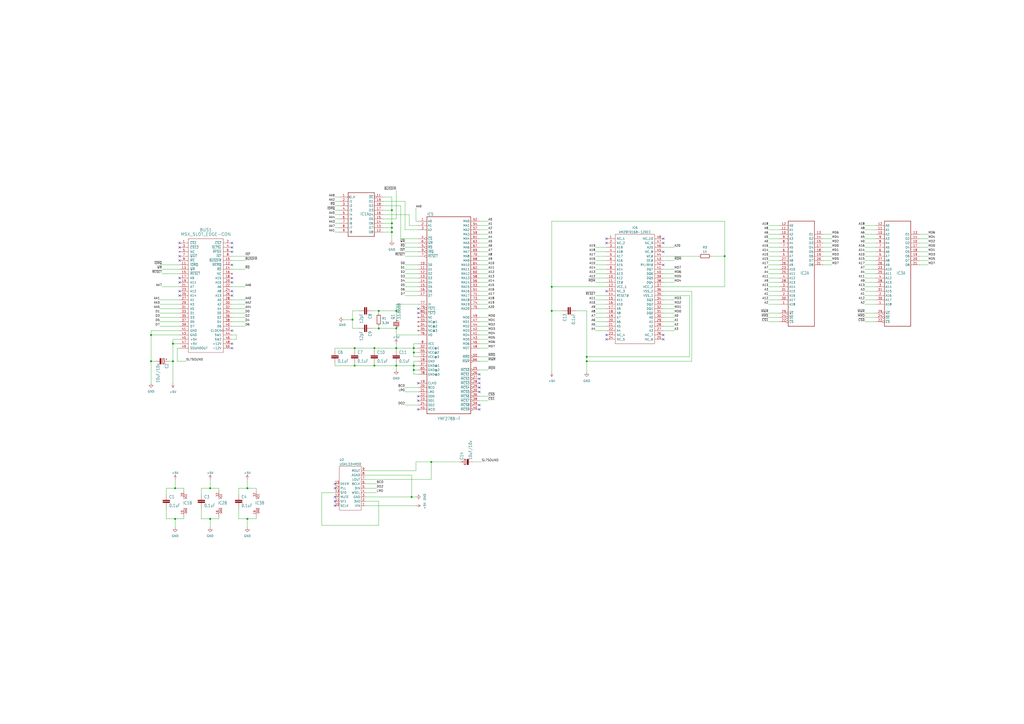
<source format=kicad_sch>
(kicad_sch (version 20230121) (generator eeschema)
  (paper "A2")
  (title_block (title "MSX OPL4 Wozblaster Reloaded") (date "2023-06-06") (rev "3.3") (company "The Retro Hacker") (comment 2 "Reloaded by Cristiano Goncalves") (comment 3 "Original Design by Gustavo Iriarte") (comment 4 "Wozblaster Reloaded v3"))
  (junction (at 143.51 283.21))
  (junction (at 240.03 212.09))
  (junction (at 340.36 207.01))
  (junction (at 101.6 300.99))
  (junction (at 101.6 283.21))
  (junction (at 100.33 209.55))
  (junction (at 143.51 300.99))
  (junction (at 238.76 288.29))
  (junction (at 229.87 212.09))
  (junction (at 87.63 194.31))
  (junction (at 217.17 212.09))
  (junction (at 121.92 283.21))
  (junction (at 204.47 185.42))
  (junction (at 87.63 209.55))
  (junction (at 227.33 121.92))
  (junction (at 240.03 201.93))
  (junction (at 205.74 212.09))
  (junction (at 229.87 180.34))
  (junction (at 217.17 201.93))
  (junction (at 227.33 134.62))
  (junction (at 340.36 209.55))
  (junction (at 240.03 204.47))
  (junction (at 121.92 300.99))
  (junction (at 100.33 199.39))
  (junction (at 320.04 166.37))
  (junction (at 240.03 214.63))
  (junction (at 219.71 180.34))
  (junction (at 219.71 190.5))
  (junction (at 227.33 132.08))
  (junction (at 250.19 267.97))
  (junction (at 229.87 201.93))
  (junction (at 320.04 180.34))
  (junction (at 227.33 129.54))
  (junction (at 205.74 201.93))
  (junction (at 420.37 148.59))
  (junction (at 229.87 190.5))
  (no_connect (at 384.81 140.97))
  (no_connect (at 384.81 196.85))
  (no_connect (at 242.57 222.25))
  (no_connect (at 351.79 196.85))
  (no_connect (at 194.31 293.37))
  (no_connect (at 194.31 288.29))
  (no_connect (at 194.31 290.83))
  (no_connect (at 278.13 222.25))
  (no_connect (at 278.13 219.71))
  (no_connect (at 278.13 217.17))
  (no_connect (at 278.13 227.33))
  (no_connect (at 278.13 224.79))
  (no_connect (at 278.13 237.49))
  (no_connect (at 278.13 234.95))
  (no_connect (at 104.14 171.45))
  (no_connect (at 104.14 168.91))
  (no_connect (at 104.14 161.29))
  (no_connect (at 104.14 163.83))
  (no_connect (at 134.62 191.77))
  (no_connect (at 134.62 168.91))
  (no_connect (at 134.62 171.45))
  (no_connect (at 242.57 179.07))
  (no_connect (at 242.57 181.61))
  (no_connect (at 242.57 229.87))
  (no_connect (at 351.79 138.43))
  (no_connect (at 384.81 194.31))
  (no_connect (at 242.57 232.41))
  (no_connect (at 242.57 237.49))
  (no_connect (at 194.31 283.21))
  (no_connect (at 134.62 201.93))
  (no_connect (at 351.79 194.31))
  (no_connect (at 351.79 140.97))
  (no_connect (at 194.31 280.67))
  (no_connect (at 384.81 138.43))
  (no_connect (at 384.81 146.05))
  (no_connect (at 384.81 153.67))
  (no_connect (at 134.62 161.29))
  (no_connect (at 134.62 163.83))
  (no_connect (at 134.62 199.39))
  (no_connect (at 351.79 168.91))
  (no_connect (at 104.14 140.97))
  (no_connect (at 104.14 143.51))
  (no_connect (at 104.14 148.59))
  (no_connect (at 104.14 151.13))
  (no_connect (at 134.62 140.97))
  (no_connect (at 134.62 143.51))
  (no_connect (at 134.62 146.05))
  (no_connect (at 134.62 153.67))
  (wire (pts (xy 229.87 194.31) (xy 242.57 194.31)))
  (wire (pts (xy 445.77 135.89) (xy 452.12 135.89)))
  (wire (pts (xy 241.3 128.27) (xy 242.57 128.27)))
  (wire (pts (xy 234.95 146.05) (xy 242.57 146.05)))
  (wire (pts (xy 148.59 283.21) (xy 148.59 284.48)))
  (wire (pts (xy 143.51 300.99) (xy 148.59 300.99)))
  (wire (pts (xy 222.25 114.3) (xy 227.33 114.3)))
  (wire (pts (xy 401.32 209.55) (xy 340.36 209.55)))
  (wire (pts (xy 240.03 204.47) (xy 240.03 207.01)))
  (wire (pts (xy 278.13 191.77) (xy 283.21 191.77)))
  (wire (pts (xy 340.36 207.01) (xy 340.36 209.55)))
  (wire (pts (xy 274.32 267.97) (xy 279.4 267.97)))
  (wire (pts (xy 212.09 273.05) (xy 241.3 273.05)))
  (wire (pts (xy 194.31 129.54) (xy 196.85 129.54)))
  (wire (pts (xy 234.95 156.21) (xy 242.57 156.21)))
  (wire (pts (xy 501.65 171.45) (xy 508 171.45)))
  (wire (pts (xy 234.95 158.75) (xy 242.57 158.75)))
  (wire (pts (xy 400.05 171.45) (xy 400.05 207.01)))
  (wire (pts (xy 219.71 189.23) (xy 219.71 190.5)))
  (wire (pts (xy 93.98 153.67) (xy 104.14 153.67)))
  (wire (pts (xy 501.65 135.89) (xy 508 135.89)))
  (wire (pts (xy 134.62 186.69) (xy 142.24 186.69)))
  (wire (pts (xy 217.17 212.09) (xy 229.87 212.09)))
  (wire (pts (xy 93.98 158.75) (xy 104.14 158.75)))
  (wire (pts (xy 320.04 180.34) (xy 320.04 215.9)))
  (wire (pts (xy 87.63 194.31) (xy 104.14 194.31)))
  (wire (pts (xy 234.95 224.79) (xy 242.57 224.79)))
  (wire (pts (xy 87.63 191.77) (xy 87.63 194.31)))
  (wire (pts (xy 134.62 189.23) (xy 142.24 189.23)))
  (wire (pts (xy 477.52 148.59) (xy 482.6 148.59)))
  (wire (pts (xy 212.09 283.21) (xy 218.44 283.21)))
  (wire (pts (xy 143.51 278.13) (xy 143.51 283.21)))
  (wire (pts (xy 116.84 300.99) (xy 121.92 300.99)))
  (wire (pts (xy 278.13 173.99) (xy 283.21 173.99)))
  (wire (pts (xy 238.76 275.59) (xy 238.76 288.29)))
  (wire (pts (xy 240.03 204.47) (xy 242.57 204.47)))
  (wire (pts (xy 278.13 184.15) (xy 283.21 184.15)))
  (wire (pts (xy 533.4 138.43) (xy 538.48 138.43)))
  (wire (pts (xy 533.4 135.89) (xy 538.48 135.89)))
  (wire (pts (xy 345.44 191.77) (xy 351.79 191.77)))
  (wire (pts (xy 501.65 138.43) (xy 508 138.43)))
  (wire (pts (xy 227.33 121.92) (xy 227.33 129.54)))
  (wire (pts (xy 100.33 199.39) (xy 104.14 199.39)))
  (wire (pts (xy 384.81 189.23) (xy 391.16 189.23)))
  (wire (pts (xy 501.65 148.59) (xy 508 148.59)))
  (wire (pts (xy 384.81 168.91) (xy 401.32 168.91)))
  (wire (pts (xy 240.03 214.63) (xy 240.03 217.17)))
  (wire (pts (xy 215.9 190.5) (xy 219.71 190.5)))
  (wire (pts (xy 219.71 290.83) (xy 219.71 304.8)))
  (wire (pts (xy 278.13 214.63) (xy 283.21 214.63)))
  (wire (pts (xy 96.52 300.99) (xy 101.6 300.99)))
  (wire (pts (xy 229.87 201.93) (xy 240.03 201.93)))
  (wire (pts (xy 278.13 194.31) (xy 283.21 194.31)))
  (wire (pts (xy 212.09 290.83) (xy 219.71 290.83)))
  (wire (pts (xy 501.65 186.69) (xy 508 186.69)))
  (wire (pts (xy 501.65 184.15) (xy 508 184.15)))
  (wire (pts (xy 219.71 304.8) (xy 186.69 304.8)))
  (wire (pts (xy 227.33 114.3) (xy 227.33 121.92)))
  (wire (pts (xy 345.44 186.69) (xy 351.79 186.69)))
  (wire (pts (xy 445.77 156.21) (xy 452.12 156.21)))
  (wire (pts (xy 194.31 132.08) (xy 196.85 132.08)))
  (wire (pts (xy 384.81 186.69) (xy 391.16 186.69)))
  (wire (pts (xy 134.62 194.31) (xy 137.16 194.31)))
  (wire (pts (xy 384.81 156.21) (xy 391.16 156.21)))
  (wire (pts (xy 445.77 184.15) (xy 452.12 184.15)))
  (wire (pts (xy 212.09 288.29) (xy 238.76 288.29)))
  (wire (pts (xy 445.77 161.29) (xy 452.12 161.29)))
  (wire (pts (xy 199.39 185.42) (xy 204.47 185.42)))
  (wire (pts (xy 96.52 294.64) (xy 96.52 300.99)))
  (wire (pts (xy 445.77 168.91) (xy 452.12 168.91)))
  (wire (pts (xy 384.81 148.59) (xy 405.13 148.59)))
  (wire (pts (xy 445.77 143.51) (xy 452.12 143.51)))
  (wire (pts (xy 420.37 166.37) (xy 420.37 148.59)))
  (wire (pts (xy 345.44 156.21) (xy 351.79 156.21)))
  (wire (pts (xy 194.31 124.46) (xy 196.85 124.46)))
  (wire (pts (xy 384.81 143.51) (xy 391.16 143.51)))
  (wire (pts (xy 87.63 209.55) (xy 90.17 209.55)))
  (wire (pts (xy 229.87 212.09) (xy 240.03 212.09)))
  (wire (pts (xy 234.95 133.35) (xy 242.57 133.35)))
  (wire (pts (xy 194.31 127) (xy 196.85 127)))
  (wire (pts (xy 345.44 151.13) (xy 351.79 151.13)))
  (wire (pts (xy 345.44 146.05) (xy 351.79 146.05)))
  (wire (pts (xy 232.41 119.38) (xy 232.41 138.43)))
  (wire (pts (xy 501.65 133.35) (xy 508 133.35)))
  (wire (pts (xy 384.81 184.15) (xy 391.16 184.15)))
  (wire (pts (xy 533.4 151.13) (xy 538.48 151.13)))
  (wire (pts (xy 345.44 171.45) (xy 351.79 171.45)))
  (wire (pts (xy 121.92 283.21) (xy 116.84 283.21)))
  (wire (pts (xy 240.03 209.55) (xy 240.03 212.09)))
  (wire (pts (xy 234.95 163.83) (xy 242.57 163.83)))
  (wire (pts (xy 138.43 283.21) (xy 138.43 287.02)))
  (wire (pts (xy 384.81 173.99) (xy 391.16 173.99)))
  (wire (pts (xy 101.6 283.21) (xy 106.68 283.21)))
  (wire (pts (xy 401.32 168.91) (xy 401.32 209.55)))
  (wire (pts (xy 240.03 199.39) (xy 240.03 201.93)))
  (wire (pts (xy 278.13 168.91) (xy 283.21 168.91)))
  (wire (pts (xy 501.65 146.05) (xy 508 146.05)))
  (wire (pts (xy 533.4 146.05) (xy 538.48 146.05)))
  (wire (pts (xy 345.44 161.29) (xy 351.79 161.29)))
  (wire (pts (xy 384.81 171.45) (xy 400.05 171.45)))
  (wire (pts (xy 92.71 184.15) (xy 104.14 184.15)))
  (wire (pts (xy 445.77 163.83) (xy 452.12 163.83)))
  (wire (pts (xy 445.77 130.81) (xy 452.12 130.81)))
  (wire (pts (xy 445.77 181.61) (xy 452.12 181.61)))
  (wire (pts (xy 93.98 166.37) (xy 104.14 166.37)))
  (wire (pts (xy 240.03 201.93) (xy 242.57 201.93)))
  (wire (pts (xy 217.17 201.93) (xy 229.87 201.93)))
  (wire (pts (xy 445.77 173.99) (xy 452.12 173.99)))
  (wire (pts (xy 445.77 138.43) (xy 452.12 138.43)))
  (wire (pts (xy 533.4 140.97) (xy 538.48 140.97)))
  (wire (pts (xy 278.13 176.53) (xy 283.21 176.53)))
  (wire (pts (xy 194.31 134.62) (xy 196.85 134.62)))
  (wire (pts (xy 278.13 209.55) (xy 283.21 209.55)))
  (wire (pts (xy 217.17 212.09) (xy 217.17 210.82)))
  (wire (pts (xy 384.81 176.53) (xy 391.16 176.53)))
  (wire (pts (xy 205.74 201.93) (xy 205.74 203.2)))
  (wire (pts (xy 134.62 173.99) (xy 142.24 173.99)))
  (wire (pts (xy 234.95 168.91) (xy 242.57 168.91)))
  (wire (pts (xy 501.65 176.53) (xy 508 176.53)))
  (wire (pts (xy 194.31 119.38) (xy 196.85 119.38)))
  (wire (pts (xy 100.33 196.85) (xy 104.14 196.85)))
  (wire (pts (xy 194.31 212.09) (xy 205.74 212.09)))
  (wire (pts (xy 278.13 130.81) (xy 283.21 130.81)))
  (wire (pts (xy 250.19 278.13) (xy 250.19 267.97)))
  (wire (pts (xy 340.36 209.55) (xy 340.36 215.9)))
  (wire (pts (xy 278.13 128.27) (xy 283.21 128.27)))
  (wire (pts (xy 340.36 180.34) (xy 340.36 207.01)))
  (wire (pts (xy 229.87 127) (xy 222.25 127)))
  (wire (pts (xy 222.25 129.54) (xy 227.33 129.54)))
  (wire (pts (xy 194.31 212.09) (xy 194.31 210.82)))
  (wire (pts (xy 134.62 148.59) (xy 142.24 148.59)))
  (wire (pts (xy 241.3 273.05) (xy 241.3 267.97)))
  (wire (pts (xy 278.13 232.41) (xy 283.21 232.41)))
  (wire (pts (xy 241.3 267.97) (xy 250.19 267.97)))
  (wire (pts (xy 121.92 300.99) (xy 121.92 306.07)))
  (wire (pts (xy 234.95 140.97) (xy 242.57 140.97)))
  (wire (pts (xy 100.33 199.39) (xy 100.33 209.55)))
  (wire (pts (xy 384.81 158.75) (xy 391.16 158.75)))
  (wire (pts (xy 278.13 163.83) (xy 283.21 163.83)))
  (wire (pts (xy 501.65 151.13) (xy 508 151.13)))
  (wire (pts (xy 400.05 207.01) (xy 340.36 207.01)))
  (wire (pts (xy 134.62 181.61) (xy 142.24 181.61)))
  (wire (pts (xy 345.44 176.53) (xy 351.79 176.53)))
  (wire (pts (xy 229.87 190.5) (xy 229.87 194.31)))
  (wire (pts (xy 345.44 143.51) (xy 351.79 143.51)))
  (wire (pts (xy 345.44 173.99) (xy 351.79 173.99)))
  (wire (pts (xy 121.92 300.99) (xy 127 300.99)))
  (wire (pts (xy 87.63 209.55) (xy 87.63 222.25)))
  (wire (pts (xy 134.62 166.37) (xy 142.24 166.37)))
  (wire (pts (xy 121.92 278.13) (xy 121.92 283.21)))
  (wire (pts (xy 445.77 153.67) (xy 452.12 153.67)))
  (wire (pts (xy 234.95 227.33) (xy 242.57 227.33)))
  (wire (pts (xy 134.62 184.15) (xy 142.24 184.15)))
  (wire (pts (xy 212.09 293.37) (xy 241.3 293.37)))
  (wire (pts (xy 242.57 209.55) (xy 240.03 209.55)))
  (wire (pts (xy 232.41 138.43) (xy 242.57 138.43)))
  (wire (pts (xy 533.4 153.67) (xy 538.48 153.67)))
  (wire (pts (xy 278.13 229.87) (xy 283.21 229.87)))
  (wire (pts (xy 533.4 148.59) (xy 538.48 148.59)))
  (wire (pts (xy 278.13 171.45) (xy 283.21 171.45)))
  (wire (pts (xy 250.19 267.97) (xy 266.7 267.97)))
  (wire (pts (xy 143.51 283.21) (xy 138.43 283.21)))
  (wire (pts (xy 205.74 201.93) (xy 217.17 201.93)))
  (wire (pts (xy 96.52 283.21) (xy 96.52 287.02)))
  (wire (pts (xy 127 300.99) (xy 127 299.72)))
  (wire (pts (xy 227.33 132.08) (xy 227.33 134.62)))
  (wire (pts (xy 219.71 190.5) (xy 229.87 190.5)))
  (wire (pts (xy 101.6 278.13) (xy 101.6 283.21)))
  (wire (pts (xy 320.04 166.37) (xy 351.79 166.37)))
  (wire (pts (xy 412.75 148.59) (xy 420.37 148.59)))
  (wire (pts (xy 278.13 138.43) (xy 283.21 138.43)))
  (wire (pts (xy 278.13 153.67) (xy 283.21 153.67)))
  (wire (pts (xy 106.68 283.21) (xy 106.68 284.48)))
  (wire (pts (xy 278.13 151.13) (xy 283.21 151.13)))
  (wire (pts (xy 477.52 138.43) (xy 482.6 138.43)))
  (wire (pts (xy 501.65 181.61) (xy 508 181.61)))
  (wire (pts (xy 186.69 304.8) (xy 186.69 285.75)))
  (wire (pts (xy 445.77 166.37) (xy 452.12 166.37)))
  (wire (pts (xy 148.59 299.72) (xy 148.59 300.99)))
  (wire (pts (xy 278.13 135.89) (xy 283.21 135.89)))
  (wire (pts (xy 212.09 280.67) (xy 218.44 280.67)))
  (wire (pts (xy 234.95 153.67) (xy 242.57 153.67)))
  (wire (pts (xy 445.77 148.59) (xy 452.12 148.59)))
  (wire (pts (xy 87.63 194.31) (xy 87.63 209.55)))
  (wire (pts (xy 208.28 190.5) (xy 204.47 190.5)))
  (wire (pts (xy 278.13 179.07) (xy 283.21 179.07)))
  (wire (pts (xy 208.28 180.34) (xy 204.47 180.34)))
  (wire (pts (xy 384.81 166.37) (xy 420.37 166.37)))
  (wire (pts (xy 97.79 209.55) (xy 100.33 209.55)))
  (wire (pts (xy 278.13 158.75) (xy 283.21 158.75)))
  (wire (pts (xy 345.44 181.61) (xy 351.79 181.61)))
  (wire (pts (xy 196.85 116.84) (xy 194.31 116.84)))
  (wire (pts (xy 278.13 189.23) (xy 283.21 189.23)))
  (wire (pts (xy 320.04 128.27) (xy 320.04 166.37)))
  (wire (pts (xy 278.13 133.35) (xy 283.21 133.35)))
  (wire (pts (xy 242.57 212.09) (xy 240.03 212.09)))
  (wire (pts (xy 92.71 173.99) (xy 104.14 173.99)))
  (wire (pts (xy 384.81 163.83) (xy 391.16 163.83)))
  (wire (pts (xy 477.52 143.51) (xy 482.6 143.51)))
  (wire (pts (xy 134.62 179.07) (xy 142.24 179.07)))
  (wire (pts (xy 100.33 209.55) (xy 100.33 222.25)))
  (wire (pts (xy 345.44 184.15) (xy 351.79 184.15)))
  (wire (pts (xy 138.43 300.99) (xy 138.43 294.64)))
  (wire (pts (xy 234.95 166.37) (xy 242.57 166.37)))
  (wire (pts (xy 533.4 143.51) (xy 538.48 143.51)))
  (wire (pts (xy 501.65 163.83) (xy 508 163.83)))
  (wire (pts (xy 101.6 300.99) (xy 106.68 300.99)))
  (wire (pts (xy 240.03 207.01) (xy 242.57 207.01)))
  (wire (pts (xy 320.04 128.27) (xy 420.37 128.27)))
  (wire (pts (xy 229.87 210.82) (xy 229.87 212.09)))
  (wire (pts (xy 278.13 201.93) (xy 283.21 201.93)))
  (wire (pts (xy 116.84 283.21) (xy 116.84 287.02)))
  (wire (pts (xy 102.87 201.93) (xy 104.14 201.93)))
  (wire (pts (xy 186.69 285.75) (xy 194.31 285.75)))
  (wire (pts (xy 222.25 134.62) (xy 227.33 134.62)))
  (wire (pts (xy 445.77 186.69) (xy 452.12 186.69)))
  (wire (pts (xy 477.52 146.05) (xy 482.6 146.05)))
  (wire (pts (xy 116.84 294.64) (xy 116.84 300.99)))
  (wire (pts (xy 477.52 153.67) (xy 482.6 153.67)))
  (wire (pts (xy 234.95 161.29) (xy 242.57 161.29)))
  (wire (pts (xy 222.25 116.84) (xy 234.95 116.84)))
  (wire (pts (xy 501.65 161.29) (xy 508 161.29)))
  (wire (pts (xy 334.01 180.34) (xy 340.36 180.34)))
  (wire (pts (xy 212.09 278.13) (xy 250.19 278.13)))
  (wire (pts (xy 148.59 283.21) (xy 143.51 283.21)))
  (wire (pts (xy 229.87 212.09) (xy 229.87 214.63)))
  (wire (pts (xy 240.03 217.17) (xy 242.57 217.17)))
  (wire (pts (xy 501.65 140.97) (xy 508 140.97)))
  (wire (pts (xy 137.16 194.31) (xy 137.16 196.85)))
  (wire (pts (xy 278.13 148.59) (xy 283.21 148.59)))
  (wire (pts (xy 345.44 163.83) (xy 351.79 163.83)))
  (wire (pts (xy 205.74 212.09) (xy 205.74 210.82)))
  (wire (pts (xy 242.57 214.63) (xy 240.03 214.63)))
  (wire (pts (xy 320.04 180.34) (xy 326.39 180.34)))
  (wire (pts (xy 384.81 181.61) (xy 391.16 181.61)))
  (wire (pts (xy 501.65 166.37) (xy 508 166.37)))
  (wire (pts (xy 134.62 156.21) (xy 142.24 156.21)))
  (wire (pts (xy 227.33 132.08) (xy 227.33 129.54)))
  (wire (pts (xy 217.17 201.93) (xy 217.17 203.2)))
  (wire (pts (xy 238.76 288.29) (xy 241.3 288.29)))
  (wire (pts (xy 229.87 201.93) (xy 229.87 203.2)))
  (wire (pts (xy 92.71 181.61) (xy 104.14 181.61)))
  (wire (pts (xy 445.77 158.75) (xy 452.12 158.75)))
  (wire (pts (xy 106.68 300.99) (xy 106.68 299.72)))
  (wire (pts (xy 278.13 207.01) (xy 283.21 207.01)))
  (wire (pts (xy 92.71 176.53) (xy 104.14 176.53)))
  (wire (pts (xy 100.33 196.85) (xy 100.33 199.39)))
  (wire (pts (xy 92.71 179.07) (xy 104.14 179.07)))
  (wire (pts (xy 420.37 148.59) (xy 420.37 128.27)))
  (wire (pts (xy 234.95 234.95) (xy 242.57 234.95)))
  (wire (pts (xy 127 283.21) (xy 121.92 283.21)))
  (wire (pts (xy 134.62 176.53) (xy 142.24 176.53)))
  (wire (pts (xy 384.81 161.29) (xy 391.16 161.29)))
  (wire (pts (xy 445.77 146.05) (xy 452.12 146.05)))
  (wire (pts (xy 102.87 209.55) (xy 107.95 209.55)))
  (wire (pts (xy 229.87 110.49) (xy 229.87 127)))
  (wire (pts (xy 278.13 161.29) (xy 283.21 161.29)))
  (wire (pts (xy 234.95 116.84) (xy 234.95 133.35)))
  (wire (pts (xy 501.65 153.67) (xy 508 153.67)))
  (wire (pts (xy 501.65 130.81) (xy 508 130.81)))
  (wire (pts (xy 345.44 179.07) (xy 351.79 179.07)))
  (wire (pts (xy 237.49 124.46) (xy 237.49 130.81)))
  (wire (pts (xy 137.16 196.85) (xy 134.62 196.85)))
  (wire (pts (xy 222.25 124.46) (xy 237.49 124.46)))
  (wire (pts (xy 242.57 199.39) (xy 240.03 199.39)))
  (wire (pts (xy 194.31 121.92) (xy 196.85 121.92)))
  (wire (pts (xy 194.31 114.3) (xy 196.85 114.3)))
  (wire (pts (xy 204.47 185.42) (xy 204.47 190.5)))
  (wire (pts (xy 194.31 201.93) (xy 205.74 201.93)))
  (wire (pts (xy 134.62 151.13) (xy 142.24 151.13)))
  (wire (pts (xy 345.44 158.75) (xy 351.79 158.75)))
  (wire (pts (xy 212.09 285.75) (xy 218.44 285.75)))
  (wire (pts (xy 278.13 186.69) (xy 283.21 186.69)))
  (wire (pts (xy 229.87 176.53) (xy 242.57 176.53)))
  (wire (pts (xy 87.63 191.77) (xy 104.14 191.77)))
  (wire (pts (xy 501.65 173.99) (xy 508 173.99)))
  (wire (pts (xy 96.52 283.21) (xy 101.6 283.21)))
  (wire (pts (xy 320.04 166.37) (xy 320.04 180.34)))
  (wire (pts (xy 384.81 179.07) (xy 391.16 179.07)))
  (wire (pts (xy 241.3 128.27) (xy 241.3 120.65)))
  (wire (pts (xy 222.25 132.08) (xy 227.33 132.08)))
  (wire (pts (xy 477.52 140.97) (xy 482.6 140.97)))
  (wire (pts (xy 204.47 180.34) (xy 204.47 185.42)))
  (wire (pts (xy 205.74 212.09) (xy 217.17 212.09)))
  (wire (pts (xy 240.03 212.09) (xy 240.03 214.63)))
  (wire (pts (xy 501.65 168.91) (xy 508 168.91)))
  (wire (pts (xy 384.81 151.13) (xy 391.16 151.13)))
  (wire (pts (xy 278.13 166.37) (xy 283.21 166.37)))
  (wire (pts (xy 127 283.21) (xy 127 284.48)))
  (wire (pts (xy 477.52 135.89) (xy 482.6 135.89)))
  (wire (pts (xy 278.13 146.05) (xy 283.21 146.05)))
  (wire (pts (xy 229.87 180.34) (xy 229.87 185.42)))
  (wire (pts (xy 229.87 199.39) (xy 229.87 201.93)))
  (wire (pts (xy 92.71 186.69) (xy 104.14 186.69)))
  (wire (pts (xy 138.43 300.99) (xy 143.51 300.99)))
  (wire (pts (xy 234.95 143.51) (xy 242.57 143.51)))
  (wire (pts (xy 477.52 151.13) (xy 482.6 151.13)))
  (wire (pts (xy 234.95 148.59) (xy 242.57 148.59)))
  (wire (pts (xy 92.71 189.23) (xy 104.14 189.23)))
  (wire (pts (xy 102.87 201.93) (xy 102.87 209.55)))
  (wire (pts (xy 345.44 148.59) (xy 351.79 148.59)))
  (wire (pts (xy 212.09 275.59) (xy 238.76 275.59)))
  (wire (pts (xy 234.95 171.45) (xy 242.57 171.45)))
  (wire (pts (xy 384.81 191.77) (xy 391.16 191.77)))
  (wire (pts (xy 219.71 180.34) (xy 219.71 181.61)))
  (wire (pts (xy 101.6 300.99) (xy 101.6 306.07)))
  (wire (pts (xy 445.77 133.35) (xy 452.12 133.35)))
  (wire (pts (xy 501.65 158.75) (xy 508 158.75)))
  (wire (pts (xy 445.77 140.97) (xy 452.12 140.97)))
  (wire (pts (xy 229.87 176.53) (xy 229.87 180.34)))
  (wire (pts (xy 93.98 156.21) (xy 104.14 156.21)))
  (wire (pts (xy 240.03 201.93) (xy 240.03 204.47)))
  (wire (pts (xy 278.13 196.85) (xy 283.21 196.85)))
  (wire (pts (xy 345.44 153.67) (xy 351.79 153.67)))
  (wire (pts (xy 345.44 189.23) (xy 351.79 189.23)))
  (wire (pts (xy 445.77 151.13) (xy 452.12 151.13)))
  (wire (pts (xy 222.25 121.92) (xy 227.33 121.92)))
  (wire (pts (xy 501.65 143.51) (xy 508 143.51)))
  (wire (pts (xy 194.31 201.93) (xy 194.31 203.2)))
  (wire (pts (xy 237.49 130.81) (xy 242.57 130.81)))
  (wire (pts (xy 278.13 156.21) (xy 283.21 156.21)))
  (wire (pts (xy 278.13 143.51) (xy 283.21 143.51)))
  (wire (pts (xy 143.51 300.99) (xy 143.51 306.07)))
  (wire (pts (xy 222.25 119.38) (xy 232.41 119.38)))
  (wire (pts (xy 501.65 156.21) (xy 508 156.21)))
  (wire (pts (xy 278.13 199.39) (xy 283.21 199.39)))
  (wire (pts (xy 445.77 176.53) (xy 452.12 176.53)))
  (wire (pts (xy 219.71 180.34) (xy 229.87 180.34)))
  (wire (pts (xy 445.77 171.45) (xy 452.12 171.45)))
  (wire (pts (xy 227.33 134.62) (xy 227.33 139.7)))
  (wire (pts (xy 278.13 140.97) (xy 283.21 140.97)))
  (wire (pts (xy 215.9 180.34) (xy 219.71 180.34)))
  (label "MD4" (at 391.16 163.83 0) (effects (font (size 1.2446 1.2446))))
  (label "AA3" (at 92.71 176.53 180) (effects (font (size 1.2446 1.2446))))
  (label "AA2" (at 142.24 176.53 0) (effects (font (size 1.2446 1.2446))))
  (label "~{MRD}" (at 445.77 184.15 180) (effects (font (size 1.2446 1.2446))))
  (label "A12" (at 445.77 173.99 180) (effects (font (size 1.2446 1.2446))))
  (label "A8" (at 501.65 133.35 180) (effects (font (size 1.2446 1.2446))))
  (label "A2" (at 445.77 176.53 180) (effects (font (size 1.2446 1.2446))))
  (label "MD2" (at 538.48 140.97 0) (effects (font (size 1.2446 1.2446))))
  (label "~{MWR}" (at 445.77 181.61 180) (effects (font (size 1.2446 1.2446))))
  (label "A11" (at 445.77 161.29 180) (effects (font (size 1.2446 1.2446))))
  (label "MD0" (at 538.48 143.51 0) (effects (font (size 1.2446 1.2446))))
  (label "AA5" (at 194.31 124.46 180) (effects (font (size 1.2446 1.2446))))
  (label "A17" (at 345.44 148.59 180) (effects (font (size 1.2446 1.2446))))
  (label "~{MRD}" (at 501.65 184.15 180) (effects (font (size 1.2446 1.2446))))
  (label "~{RESET}" (at 93.98 158.75 180) (effects (font (size 1.2446 1.2446))))
  (label "D1" (at 234.95 156.21 180) (effects (font (size 1.2446 1.2446))))
  (label "A17" (at 501.65 153.67 180) (effects (font (size 1.2446 1.2446))))
  (label "A20" (at 283.21 179.07 0) (effects (font (size 1.2446 1.2446))))
  (label "A13" (at 283.21 161.29 0) (effects (font (size 1.2446 1.2446))))
  (label "MD4" (at 482.6 138.43 0) (effects (font (size 1.2446 1.2446))))
  (label "A16" (at 283.21 168.91 0) (effects (font (size 1.2446 1.2446))))
  (label "MD7" (at 538.48 153.67 0) (effects (font (size 1.2446 1.2446))))
  (label "MD6" (at 283.21 199.39 0) (effects (font (size 1.2446 1.2446))))
  (label "~{RESET}" (at 234.95 148.59 180) (effects (font (size 1.2446 1.2446))))
  (label "AA6" (at 194.31 114.3 180) (effects (font (size 1.2446 1.2446))))
  (label "~{IORQ}" (at 93.98 153.67 180) (effects (font (size 1.2446 1.2446))))
  (label "A8" (at 445.77 133.35 180) (effects (font (size 1.2446 1.2446))))
  (label "~{RESET}" (at 345.44 171.45 180) (effects (font (size 1.2446 1.2446))))
  (label "A5" (at 445.77 138.43 180) (effects (font (size 1.2446 1.2446))))
  (label "A2" (at 501.65 176.53 180) (effects (font (size 1.2446 1.2446))))
  (label "MD2" (at 391.16 176.53 0) (effects (font (size 1.2446 1.2446))))
  (label "AA7" (at 194.31 132.08 180) (effects (font (size 1.2446 1.2446))))
  (label "AA3" (at 194.31 129.54 180) (effects (font (size 1.2446 1.2446))))
  (label "D0" (at 142.24 181.61 0) (effects (font (size 1.2446 1.2446))))
  (label "A14" (at 501.65 146.05 180) (effects (font (size 1.2446 1.2446))))
  (label "A5" (at 501.65 138.43 180) (effects (font (size 1.2446 1.2446))))
  (label "LRO" (at 234.95 227.33 180))
  (label "~{RD}" (at 234.95 143.51 180) (effects (font (size 1.2446 1.2446))))
  (label "A5" (at 345.44 189.23 180) (effects (font (size 1.2446 1.2446))))
  (label "MD2" (at 283.21 189.23 0) (effects (font (size 1.2446 1.2446))))
  (label "A1" (at 501.65 171.45 180) (effects (font (size 1.2446 1.2446))))
  (label "A6" (at 445.77 135.89 180) (effects (font (size 1.2446 1.2446))))
  (label "MD4" (at 538.48 138.43 0) (effects (font (size 1.2446 1.2446))))
  (label "AA4" (at 194.31 127 180) (effects (font (size 1.2446 1.2446))))
  (label "MD0" (at 482.6 143.51 0) (effects (font (size 1.2446 1.2446))))
  (label "MD3" (at 538.48 148.59 0) (effects (font (size 1.2446 1.2446))))
  (label "MD4" (at 283.21 194.31 0) (effects (font (size 1.2446 1.2446))))
  (label "A14" (at 345.44 156.21 180) (effects (font (size 1.2446 1.2446))))
  (label "~{ROM}" (at 283.21 214.63 0) (effects (font (size 1.2446 1.2446))))
  (label "A1" (at 283.21 130.81 0) (effects (font (size 1.2446 1.2446))))
  (label "A5" (at 283.21 140.97 0) (effects (font (size 1.2446 1.2446))))
  (label "~{INT}" (at 142.24 148.59 0) (effects (font (size 1.2446 1.2446))))
  (label "A1" (at 445.77 171.45 180) (effects (font (size 1.2446 1.2446))))
  (label "~{WR}" (at 234.95 140.97 180) (effects (font (size 1.2446 1.2446))))
  (label "A18" (at 283.21 173.99 0) (effects (font (size 1.2446 1.2446))))
  (label "~{BUSDIR}" (at 142.24 151.13 0) (effects (font (size 1.2446 1.2446))))
  (label "D5" (at 234.95 166.37 180) (effects (font (size 1.2446 1.2446))))
  (label "A2" (at 283.21 133.35 0) (effects (font (size 1.2446 1.2446))))
  (label "AA2" (at 194.31 116.84 180) (effects (font (size 1.2446 1.2446))))
  (label "AA1" (at 194.31 134.62 180) (effects (font (size 1.2446 1.2446))))
  (label "AA0" (at 142.24 173.99 0) (effects (font (size 1.2446 1.2446))) (property "Netclass" "SIGNAL" (effects hide)))
  (label "A12" (at 283.21 158.75 0) (effects (font (size 1.2446 1.2446))))
  (label "~{MWR}" (at 501.65 181.61 180) (effects (font (size 1.2446 1.2446))))
  (label "A0" (at 283.21 128.27 0) (effects (font (size 1.2446 1.2446))))
  (label "A3" (at 501.65 168.91 180) (effects (font (size 1.2446 1.2446))))
  (label "A7" (at 445.77 156.21 180) (effects (font (size 1.2446 1.2446))))
  (label "D7" (at 92.71 189.23 180) (effects (font (size 1.2446 1.2446))))
  (label "A17" (at 445.77 153.67 180) (effects (font (size 1.2446 1.2446))))
  (label "A10" (at 445.77 148.59 180) (effects (font (size 1.2446 1.2446))))
  (label "A12" (at 345.44 161.29 180) (effects (font (size 1.2446 1.2446))))
  (label "A15" (at 501.65 151.13 180) (effects (font (size 1.2446 1.2446))))
  (label "A15" (at 445.77 151.13 180) (effects (font (size 1.2446 1.2446))))
  (label "DO2" (at 218.44 283.21 0))
  (label "A6" (at 501.65 135.89 180) (effects (font (size 1.2446 1.2446))))
  (label "A10" (at 501.65 148.59 180) (effects (font (size 1.2446 1.2446))))
  (label "D5" (at 92.71 186.69 180) (effects (font (size 1.2446 1.2446))))
  (label "A7" (at 283.21 146.05 0) (effects (font (size 1.2446 1.2446))))
  (label "MD5" (at 482.6 151.13 0) (effects (font (size 1.2446 1.2446))))
  (label "A18" (at 345.44 146.05 180) (effects (font (size 1.2446 1.2446))))
  (label "A18" (at 445.77 130.81 180) (effects (font (size 1.2446 1.2446))))
  (label "AA4" (at 142.24 179.07 0) (effects (font (size 1.2446 1.2446))))
  (label "MD1" (at 283.21 186.69 0) (effects (font (size 1.2446 1.2446))))
  (label "AA0" (at 241.3 120.65 0) (effects (font (size 1.1735 1.1735))))
  (label "~{ROM}" (at 345.44 163.83 180) (effects (font (size 1.2446 1.2446))))
  (label "A4" (at 345.44 191.77 180) (effects (font (size 1.2446 1.2446))))
  (label "A14" (at 445.77 146.05 180) (effects (font (size 1.2446 1.2446))))
  (label "A1" (at 391.16 186.69 0) (effects (font (size 1.2446 1.2446))))
  (label "A17" (at 283.21 171.45 0) (effects (font (size 1.2446 1.2446))))
  (label "BCO" (at 218.44 280.67 0))
  (label "A16" (at 345.44 151.13 180) (effects (font (size 1.2446 1.2446))))
  (label "AA1" (at 92.71 173.99 180) (effects (font (size 1.2446 1.2446))))
  (label "MD5" (at 283.21 196.85 0) (effects (font (size 1.2446 1.2446))))
  (label "AA5" (at 92.71 179.07 180) (effects (font (size 1.2446 1.2446))))
  (label "AA6" (at 142.24 166.37 0) (effects (font (size 1.2446 1.2446))))
  (label "D0" (at 234.95 153.67 180) (effects (font (size 1.2446 1.2446))))
  (label "MD6" (at 391.16 158.75 0) (effects (font (size 1.2446 1.2446))))
  (label "A9" (at 283.21 151.13 0) (effects (font (size 1.2446 1.2446))))
  (label "MD5" (at 538.48 151.13 0) (effects (font (size 1.2446 1.2446))))
  (label "~{CS0}" (at 283.21 229.87 0) (effects (font (size 1.2446 1.2446))))
  (label "A0" (at 391.16 184.15 0) (effects (font (size 1.2446 1.2446))))
  (label "~{ROM}" (at 391.16 151.13 0) (effects (font (size 1.2446 1.2446))))
  (label "MD3" (at 482.6 148.59 0) (effects (font (size 1.2446 1.2446))))
  (label "MD1" (at 538.48 146.05 0) (effects (font (size 1.2446 1.2446))))
  (label "MD3" (at 283.21 191.77 0) (effects (font (size 1.2446 1.2446))))
  (label "D7" (at 234.95 171.45 180) (effects (font (size 1.2446 1.2446))))
  (label "A9" (at 501.65 163.83 180) (effects (font (size 1.2446 1.2446))))
  (label "A18" (at 501.65 130.81 180) (effects (font (size 1.2446 1.2446))))
  (label "MD6" (at 482.6 135.89 0) (effects (font (size 1.2446 1.2446))))
  (label "A14" (at 283.21 163.83 0) (effects (font (size 1.2446 1.2446))))
  (label "D1" (at 92.71 181.61 180) (effects (font (size 1.2446 1.2446))))
  (label "~{CS1}" (at 445.77 186.69 180) (effects (font (size 1.2446 1.2446))))
  (label "MD6" (at 538.48 135.89 0) (effects (font (size 1.2446 1.2446))))
  (label "A12" (at 501.65 173.99 180) (effects (font (size 1.2446 1.2446))))
  (label "A4" (at 283.21 138.43 0) (effects (font (size 1.2446 1.2446))))
  (label "A10" (at 283.21 153.67 0) (effects (font (size 1.2446 1.2446))))
  (label "DO2" (at 234.95 234.95 180))
  (label "MD7" (at 391.16 156.21 0) (effects (font (size 1.2446 1.2446))))
  (label "LRO" (at 218.44 285.75 0))
  (label "~{IORQ}" (at 194.31 121.92 180) (effects (font (size 1.2446 1.2446))))
  (label "A11" (at 283.21 156.21 0) (effects (font (size 1.2446 1.2446))))
  (label "D6" (at 234.95 168.91 180) (effects (font (size 1.2446 1.2446))))
  (label "~{INT}" (at 234.95 146.05 180) (effects (font (size 1.2446 1.2446))))
  (label "AA7" (at 93.98 166.37 180) (effects (font (size 1.2446 1.2446))))
  (label "A9" (at 445.77 163.83 180) (effects (font (size 1.2446 1.2446))))
  (label "MD3" (at 391.16 173.99 0) (effects (font (size 1.2446 1.2446))))
  (label "A6" (at 345.44 186.69 180) (effects (font (size 1.2446 1.2446))))
  (label "MD1" (at 391.16 179.07 0) (effects (font (size 1.2446 1.2446))))
  (label "BCO" (at 234.95 224.79 180))
  (label "A19" (at 283.21 176.53 0) (effects (font (size 1.2446 1.2446))))
  (label "MD5" (at 391.16 161.29 0) (effects (font (size 1.2446 1.2446))))
  (label "D3" (at 92.71 184.15 180) (effects (font (size 1.2446 1.2446))))
  (label "A2" (at 391.16 189.23 0) (effects (font (size 1.2446 1.2446))))
  (label "D4" (at 142.24 186.69 0) (effects (font (size 1.2446 1.2446))))
  (label "D6" (at 142.24 189.23 0) (effects (font (size 1.2446 1.2446))))
  (label "MD7" (at 283.21 201.93 0) (effects (font (size 1.2446 1.2446))))
  (label "~{BUSDIR}" (at 229.87 110.49 180) (effects (font (size 1.2446 1.2446))) (property "Netclass" "SIGNAL" (effects hide)))
  (label "A20" (at 391.16 143.51 0) (effects (font (size 1.2446 1.2446))))
  (label "A11" (at 345.44 173.99 180) (effects (font (size 1.2446 1.2446))))
  (label "MD0" (at 391.16 181.61 0) (effects (font (size 1.2446 1.2446))))
  (label "A7" (at 345.44 184.15 180) (effects (font (size 1.2446 1.2446))))
  (label "SLTSOUND" (at 279.4 267.97 0))
  (label "A9" (at 345.44 179.07 180) (effects (font (size 1.2446 1.2446))))
  (label "A3" (at 445.77 168.91 180) (effects (font (size 1.2446 1.2446))))
  (label "A4" (at 501.65 158.75 180) (effects (font (size 1.2446 1.2446))))
  (label "A16" (at 501.65 143.51 180) (effects (font (size 1.2446 1.2446))))
  (label "MD2" (at 482.6 140.97 0) (effects (font (size 1.2446 1.2446))))
  (label "A15" (at 345.44 153.67 180) (effects (font (size 1.2446 1.2446))))
  (label "A10" (at 345.44 176.53 180) (effects (font (size 1.2446 1.2446))))
  (label "A13" (at 501.65 166.37 180) (effects (font (size 1.2446 1.2446))))
  (label "~{RD}" (at 194.31 119.38 180) (effects (font (size 1.2446 1.2446))))
  (label "~{RD}" (at 142.24 156.21 0) (effects (font (size 1.2446 1.2446))))
  (label "~{CS1}" (at 283.21 232.41 0) (effects (font (size 1.2446 1.2446))))
  (label "A16" (at 445.77 143.51 180) (effects (font (size 1.2446 1.2446))))
  (label "~{WR}" (at 93.98 156.21 180) (effects (font (size 1.2446 1.2446))))
  (label "~{CS0}" (at 501.65 186.69 180) (effects (font (size 1.2446 1.2446))))
  (label "~{MRD}" (at 283.21 207.01 0) (effects (font (size 1.2446 1.2446))))
  (label "A4" (at 445.77 158.75 180) (effects (font (size 1.2446 1.2446))))
  (label "A7" (at 501.65 156.21 180) (effects (font (size 1.2446 1.2446))))
  (label "SLTSOUND" (at 107.95 209.55 0))
  (label "D2" (at 142.24 184.15 0) (effects (font (size 1.2446 1.2446))))
  (label "A3" (at 391.16 191.77 0) (effects (font (size 1.2446 1.2446))))
  (label "A8" (at 283.21 148.59 0) (effects (font (size 1.2446 1.2446))))
  (label "A3" (at 283.21 135.89 0) (effects (font (size 1.2446 1.2446))))
  (label "A19" (at 345.44 143.51 180) (effects (font (size 1.2446 1.2446))))
  (label "A15" (at 283.21 166.37 0) (effects (font (size 1.2446 1.2446))))
  (label "A13" (at 445.77 166.37 180) (effects (font (size 1.2446 1.2446))))
  (label "A0" (at 445.77 140.97 180) (effects (font (size 1.2446 1.2446))))
  (label "D2" (at 234.95 158.75 180) (effects (font (size 1.2446 1.2446))))
  (label "A0" (at 501.65 140.97 180) (effects (font (size 1.2446 1.2446))))
  (label "A6" (at 283.21 143.51 0) (effects (font (size 1.2446 1.2446))))
  (label "A8" (at 345.44 181.61 180) (effects (font (size 1.2446 1.2446))))
  (label "MD0" (at 283.21 184.15 0) (effects (font (size 1.2446 1.2446))))
  (label "MD7" (at 482.6 153.67 0) (effects (font (size 1.2446 1.2446))))
  (label "D3" (at 234.95 161.29 180) (effects (font (size 1.2446 1.2446))))
  (label "A13" (at 345.44 158.75 180) (effects (font (size 1.2446 1.2446))))
  (label "MD1" (at 482.6 146.05 0) (effects (font (size 1.2446 1.2446))))
  (label "D4" (at 234.95 163.83 180) (effects (font (size 1.2446 1.2446))))
  (label "A11" (at 501.65 161.29 180) (effects (font (size 1.2446 1.2446))))
  (label "~{MWR}" (at 283.21 209.55 0) (effects (font (size 1.2446 1.2446))))
  (symbol (lib_id "power:GND") (at 241.3 288.29 90) (unit 1)
    (property "Reference" "#PWR021" (effects hide))
    (property "Value" "GND" (at 246.38 288.29 0))
  )
  (symbol (lib_id "power:+5V") (at 100.33 222.25 180) (unit 1)
    (property "Reference" "#PWR04" (effects hide))
    (property "Value" "+5V" (at 100.33 227.33 0))
  )
  (symbol (lib_id "CRISAG:C-EU") (at 116.84 289.56 0) (unit 1)
    (property "Reference" "C3" (at 118.364 289.179 0) (effects (font (size 1.778 1.5113)) (justify left bottom)))
    (property "Value" "0.1uF" (at 118.364 294.259 0) (effects (font (size 1.778 1.5113)) (justify left bottom)))
    (property "Footprint" "Capacitor_SMD:C_0603_1608Metric" (effects hide))
  )
  (symbol (lib_id "CRISAG:CRYSTALHC49S") (at 229.87 187.96 90) (unit 1)
    (property "Reference" "Q1" (at 228.854 185.42 0) (effects (font (size 1.778 1.5113)) (justify left bottom)))
    (property "Value" "33.8688" (at 232.41 185.42 0) (effects (font (size 1.778 1.5113)) (justify left bottom)))
    (property "Footprint" "CRISAG:Crystal_HC49-U_Vertical" (effects hide))
  )
  (symbol (lib_id "power:+5V") (at 143.51 278.13 0) (unit 1)
    (property "Reference" "#PWR07" (effects hide))
    (property "Value" "+5V" (at 143.51 274.32 0))
  )
  (symbol (lib_id "CRISAG:KM684000ALG") (at 464.82 158.75 0) (unit 1)
    (property "Reference" "IC2" (at 464.185 159.385 0) (effects (font (size 1.778 1.5113)) (justify left bottom)))
    (property "Value" "KM684000ALG" (effects hide))
    (property "Footprint" "MSX OPL4 Wozblaster:SOP32L" (effects hide))
  )
  (symbol (lib_id "power:GND") (at 227.33 139.7 0) (unit 1)
    (property "Reference" "#PWR012" (effects hide))
    (property "Value" "GND" (at 227.33 144.78 0))
  )
  (symbol (lib_id "CRISAG:C-EU") (at 96.52 289.56 0) (unit 1)
    (property "Reference" "C1" (at 98.044 289.179 0) (effects (font (size 1.778 1.5113)) (justify left bottom)))
    (property "Value" "0.1uF" (at 98.044 294.259 0) (effects (font (size 1.778 1.5113)) (justify left bottom)))
    (property "Footprint" "Capacitor_SMD:C_0603_1608Metric" (effects hide))
  )
  (symbol (lib_id "CRISAG:C-EU") (at 217.17 205.74 0) (unit 1)
    (property "Reference" "C10" (at 218.694 205.359 0) (effects (font (size 1.778 1.5113)) (justify left bottom)))
    (property "Value" "0.1uF" (at 218.694 210.439 0) (effects (font (size 1.778 1.5113)) (justify left bottom)))
    (property "Footprint" "Capacitor_SMD:C_0603_1608Metric" (effects hide))
  )
  (symbol (lib_id "CRISAG:YMF278B-F") (at 260.35 179.07 0) (unit 1)
    (property "Reference" "IC5" (at 247.65 125.222 0) (effects (font (size 1.778 1.5113)) (justify left bottom)))
    (property "Value" "YMF278B-F" (at 253.746 243.84 0) (effects (font (size 1.778 1.5113)) (justify left bottom)))
    (property "Footprint" "MSX OPL4 Wozblaster:80-QFP" (effects hide))
  )
  (symbol (lib_id "CRISAG:UDA1334_MOD") (at 203.2 283.21 90) (unit 1)
    (property "Reference" "U2" (at 196.85 266.7 90) (effects (justify right)))
    (property "Value" "UDA1334MOD" (at 196.85 269.24 90) (effects (justify right)))
    (property "Footprint" "CRISAG:UDA1334MOD" (effects hide))
  )
  (symbol (lib_id "power:GND") (at 101.6 306.07 0) (unit 1)
    (property "Reference" "#PWR03" (effects hide))
    (property "Value" "GND" (at 101.6 310.896 0))
  )
  (symbol (lib_id "power:GND") (at 121.92 306.07 0) (unit 1)
    (property "Reference" "#PWR06" (effects hide))
    (property "Value" "GND" (at 121.92 310.896 0))
  )
  (symbol (lib_id "power:GND") (at 340.36 215.9 0) (mirror y) (unit 1)
    (property "Reference" "#PWR018" (effects hide))
    (property "Value" "GND" (at 340.36 220.98 0))
  )
  (symbol (lib_id "power:+5V") (at 241.3 293.37 270) (unit 1)
    (property "Reference" "#PWR022" (effects hide))
    (property "Value" "+5V" (at 246.38 293.37 0))
  )
  (symbol (lib_id "CRISAG:C-EU") (at 213.36 180.34 270) (unit 1)
    (property "Reference" "C8" (at 213.741 181.864 0) (effects (font (size 1.778 1.5113)) (justify left bottom)))
    (property "Value" "12pF" (at 208.661 181.864 0) (effects (font (size 1.778 1.5113)) (justify left bottom)))
    (property "Footprint" "Capacitor_SMD:C_0603_1608Metric" (effects hide))
  )
  (symbol (lib_id "power:+5V") (at 320.04 215.9 0) (mirror x) (unit 1)
    (property "Reference" "#PWR016" (effects hide))
    (property "Value" "+5V" (at 320.04 220.98 0))
  )
  (symbol (lib_name "GAL16V8P3_1") (lib_id "CRISAG:GAL16V8P3") (at 209.55 124.46 0) (unit 1)
    (property "Reference" "IC1" (at 208.915 125.095 0) (effects (font (size 1.778 1.5113)) (justify left bottom)))
    (property "Value" "GAL16V8D" (effects hide))
    (property "Footprint" "MSX OPL4 Wozblaster:DIL20" (effects hide))
  )
  (symbol (lib_id "power:GND") (at 87.63 222.25 0) (unit 1)
    (property "Reference" "#PWR01" (effects hide))
    (property "Value" "GND" (at 87.63 227.076 0))
  )
  (symbol (lib_id "power:GND") (at 199.39 185.42 270) (unit 1)
    (property "Reference" "#PWR011" (effects hide))
    (property "Value" "GND" (at 196.596 188.468 90) (effects (justify left)))
  )
  (symbol (lib_id "Device:R") (at 408.94 148.59 270) (unit 1)
    (property "Reference" "R3" (at 408.94 143.51 90))
    (property "Value" "1K" (at 408.94 146.05 90))
    (property "Footprint" "Resistor_SMD:R_0603_1608Metric" (effects hide))
  )
  (symbol (lib_id "CRISAG:GAL16V8P3") (at 106.68 292.1 0) (unit 2)
    (property "Reference" "IC1" (at 106.045 292.735 0) (effects (font (size 1.778 1.5113)) (justify left bottom)))
    (property "Value" "GAL16V8D" (effects hide))
    (property "Footprint" "MSX OPL4 Wozblaster:DIL20" (effects hide))
  )
  (symbol (lib_id "CRISAG:KM684000ALG") (at 148.59 292.1 0) (unit 2)
    (property "Reference" "IC3" (at 147.955 292.735 0) (effects (font (size 1.778 1.5113)) (justify left bottom)))
    (property "Value" "KM684000ALG" (effects hide))
    (property "Footprint" "MSX OPL4 Wozblaster:SOP32L" (effects hide))
  )
  (symbol (lib_id "CRISAG:C-EU") (at 213.36 190.5 270) (unit 1)
    (property "Reference" "C9" (at 213.741 192.024 0) (effects (font (size 1.778 1.5113)) (justify left bottom)))
    (property "Value" "12pF" (at 208.661 192.024 0) (effects (font (size 1.778 1.5113)) (justify left bottom)))
    (property "Footprint" "Capacitor_SMD:C_0603_1608Metric" (effects hide))
  )
  (symbol (lib_id "power:GND") (at 143.51 306.07 0) (unit 1)
    (property "Reference" "#PWR08" (effects hide))
    (property "Value" "GND" (at 143.51 310.896 0))
  )
  (symbol (lib_id "CRISAG:CPOLSMCB") (at 95.25 209.55 270) (unit 1)
    (property "Reference" "C2" (at 95.7326 210.693 0) (effects (font (size 1.778 1.5113)) (justify left bottom)))
    (property "Value" "10uF/10v" (at 90.6526 210.693 0) (effects (font (size 1.778 1.5113)) (justify left bottom)))
    (property "Footprint" "Capacitor_Tantalum_SMD:CP_EIA-3216-18_Kemet-A" (effects hide))
  )
  (symbol (lib_id "CRISAG:C-EU") (at 229.87 205.74 0) (unit 1)
    (property "Reference" "C11" (at 231.394 205.359 0) (effects (font (size 1.778 1.5113)) (justify left bottom)))
    (property "Value" "0.1uF" (at 231.394 210.439 0) (effects (font (size 1.778 1.5113)) (justify left bottom)))
    (property "Footprint" "Capacitor_SMD:C_0603_1608Metric" (effects hide))
  )
  (symbol (lib_id "CRISAG:C-EU") (at 328.93 180.34 90) (mirror x) (unit 1)
    (property "Reference" "C13" (at 328.549 181.864 0) (effects (font (size 1.778 1.5113)) (justify left bottom)))
    (property "Value" "0.1uF" (at 333.629 181.864 0) (effects (font (size 1.778 1.5113)) (justify left bottom)))
    (property "Footprint" "Capacitor_SMD:C_0603_1608Metric" (effects hide))
  )
  (symbol (lib_id "CRISAG:AM29F016B-120EC") (at 351.79 138.43 0) (unit 1)
    (property "Reference" "IC6" (at 368.3 132.08 0))
    (property "Value" "AM29F016B-120EC" (at 368.3 134.62 0))
    (property "Footprint" "CRISAG:SOP50P2000X120-48N" (effects hide))
    (property "Datasheet" "http://media.digikey.com/pdf/Data%20Sheets/AMD/AM29F016B.pdf" (effects hide))
    (property "Description" "Flash Memory IC 16 MEGABIT CMOS FLASH EPROM" (effects hide))
    (property "Height" "1.2" (effects hide))
    (property "Manufacturer_Name" "AMD" (effects hide))
    (property "Manufacturer_Part_Number" "AM29F016B-120EC" (effects hide))
  )
  (symbol (lib_id "power:+5V") (at 121.92 278.13 0) (unit 1)
    (property "Reference" "#PWR05" (effects hide))
    (property "Value" "+5V" (at 121.92 274.32 0))
  )
  (symbol (lib_id "CRISAG:KM684000ALG") (at 127 292.1 0) (unit 2)
    (property "Reference" "IC2" (at 126.365 292.735 0) (effects (font (size 1.778 1.5113)) (justify left bottom)))
    (property "Value" "KM684000ALG" (effects hide))
    (property "Footprint" "MSX OPL4 Wozblaster:SOP32L" (effects hide))
  )
  (symbol (lib_id "CRISAG:MSX_SLOT_EDGE-CON") (at 119.38 171.45 0) (unit 1) (in_bom no)
    (property "Reference" "BUS1" (at 119.38 133.35 0) (effects (font (size 1.778 1.778))))
    (property "Value" "MSX_SLOT_EDGE-CON" (at 119.38 135.89 0) (effects (font (size 1.778 1.778))))
    (property "Footprint" "CRISAG:msx_cartridge" (effects hide))
    (property "Datasheet" "https://www.msx.org/wiki/MSX_Cartridge_slot#Pinout_of_Standard_MSX_Cartridge_slot" (effects hide))
    (property "Manufacturer" "n/a" (effects hide))
    (property "MPN" "n/a" (effects hide))
  )
  (symbol (lib_id "power:GND") (at 229.87 214.63 0) (unit 1)
    (property "Reference" "#PWR014" (effects hide))
    (property "Value" "GND" (at 229.87 219.456 0))
  )
  (symbol (lib_id "power:+5V") (at 229.87 199.39 0) (unit 1)
    (property "Reference" "#PWR013" (effects hide))
    (property "Value" "+5V" (at 229.87 195.58 0))
  )
  (symbol (lib_id "CRISAG:KM684000ALG") (at 520.7 158.75 0) (unit 1)
    (property "Reference" "IC3" (at 520.065 159.385 0) (effects (font (size 1.778 1.5113)) (justify left bottom)))
    (property "Value" "KM684000ALG" (effects hide))
    (property "Footprint" "MSX OPL4 Wozblaster:SOP32L" (effects hide))
  )
  (symbol (lib_id "CRISAG:C-EU") (at 194.31 205.74 0) (unit 1)
    (property "Reference" "C6" (at 195.834 205.359 0) (effects (font (size 1.778 1.5113)) (justify left bottom)))
    (property "Value" "0.1uF" (at 195.834 210.439 0) (effects (font (size 1.778 1.5113)) (justify left bottom)))
    (property "Footprint" "Capacitor_SMD:C_0603_1608Metric" (effects hide))
  )
  (symbol (lib_id "CRISAG:C-EU") (at 138.43 289.56 0) (unit 1)
    (property "Reference" "C4" (at 139.954 289.179 0) (effects (font (size 1.778 1.5113)) (justify left bottom)))
    (property "Value" "0.1uF" (at 139.954 294.259 0) (effects (font (size 1.778 1.5113)) (justify left bottom)))
    (property "Footprint" "Capacitor_SMD:C_0603_1608Metric" (effects hide))
  )
  (symbol (lib_id "CRISAG:CPOLSMCB") (at 269.24 267.97 90) (unit 1)
    (property "Reference" "C14" (at 268.7574 266.827 0) (effects (font (size 1.778 1.5113)) (justify left bottom)))
    (property "Value" "10uF/10v" (at 273.8374 266.827 0) (effects (font (size 1.778 1.5113)) (justify left bottom)))
    (property "Footprint" "Capacitor_Tantalum_SMD:CP_EIA-3216-18_Kemet-A" (effects hide))
  )
  (symbol (lib_id "Device:R") (at 219.71 185.42 0) (unit 1)
    (property "Reference" "R1" (at 221.488 184.785 0) (effects (justify left)))
    (property "Value" "3.3K" (at 221.488 187.325 0) (effects (justify left)))
    (property "Footprint" "Resistor_SMD:R_0603_1608Metric" (effects hide))
  )
  (symbol (lib_id "power:+5V") (at 101.6 278.13 0) (unit 1)
    (property "Reference" "#PWR02" (effects hide))
    (property "Value" "+5V" (at 101.6 274.32 0))
  )
  (symbol (lib_id "CRISAG:C-EU") (at 205.74 205.74 0) (unit 1)
    (property "Reference" "C7" (at 207.264 205.359 0) (effects (font (size 1.778 1.5113)) (justify left bottom)))
    (property "Value" "0.1uF" (at 207.264 210.439 0) (effects (font (size 1.778 1.5113)) (justify left bottom)))
    (property "Footprint" "Capacitor_SMD:C_0603_1608Metric" (effects hide))
  )
)
</source>
